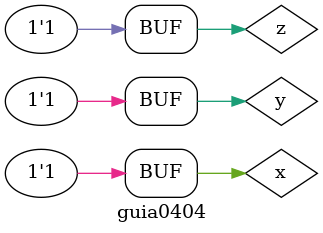
<source format=v>
module PoS (output S, input X, Y, Z);
    assign S = (~X | ~Y | Z) & (~X | Y | Z) & (X | ~Y | ~Z) & (X | ~Y | Z);
endmodule

module guia0404;
    reg x, y, z;
    wire s; 

    
    PoS POS (s, x, y, z); 
    initial begin: start
        x = 1'bx; 
        y = 1'bx; 
        z = 1'bx;  
    end

    
    initial begin: main
        
        $display("EX0404 ");
        $display("A)");
        $display("\n  \n");
            $display("x  y  z =  s");
            $monitor("%2b %2b %2b =  %2b", x, y, z, s);

        #1 x = 0; y = 0; z = 0; 
        #1 x = 0; y = 0; z = 1; 
        #1 x = 0; y = 1; z = 0; 
        #1 x = 0; y = 1; z = 1; 
        #1 x = 1; y = 0; z = 0; 
        #1 x = 1; y = 0; z = 1; 
        #1 x = 1; y = 1; z = 0; 
        #1 x = 1; y = 1; z = 1; 
    end
endmodule
</source>
